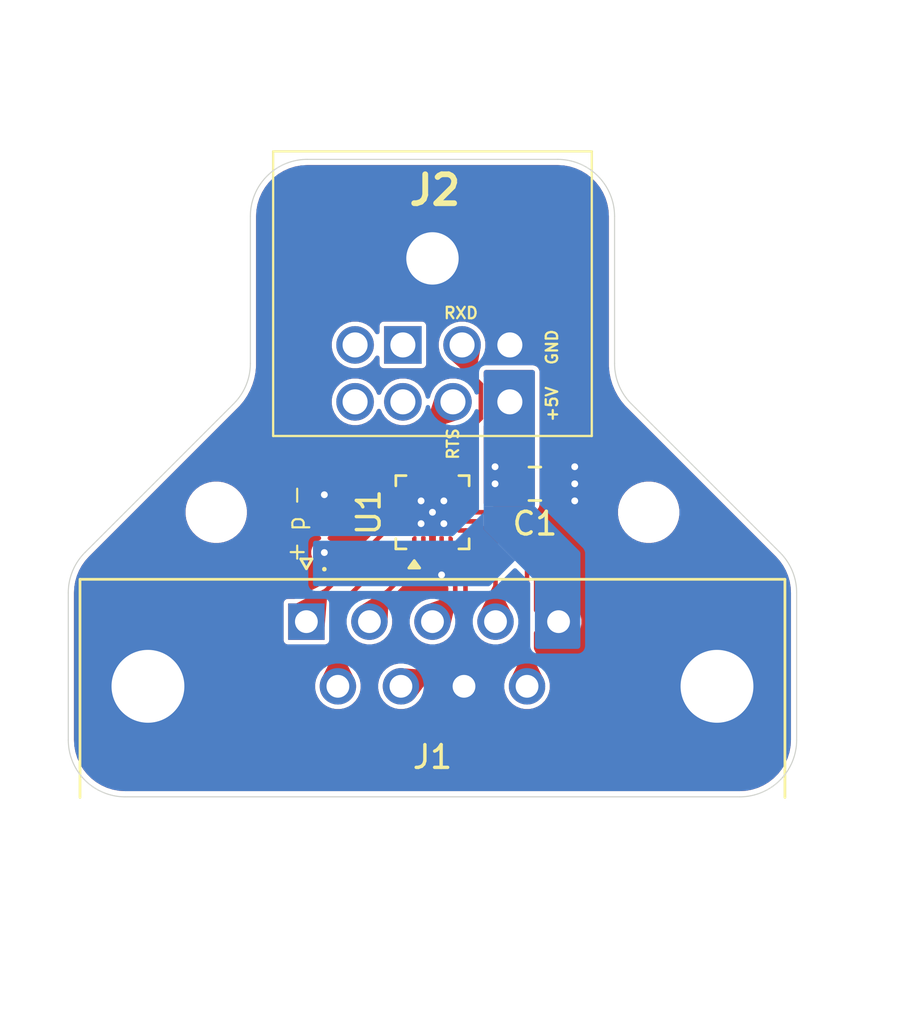
<source format=kicad_pcb>
(kicad_pcb (version 20241229) (generator "pcbnew") (generator_version "9.0")
  (layers (0 "F.Cu" signal) (2 "B.Cu" signal) (13 "F.Paste" user) (15 "B.Paste" user) (5 "F.SilkS" user "F.Silkscreen") (7 "B.SilkS" user "B.Silkscreen") (1 "F.Mask" user) (3 "B.Mask" user) (25 "Edge.Cuts" user))
  (net 0 "")
  (net 1 "GND")
  (net 2 "+5V")
  (net 3 "/D_Up")
  (net 4 "/BTN_B{slash}A")
  (net 5 "/BTN_C{slash}S")
  (net 6 "/D_Left")
  (net 7 "/Select")
  (net 8 "/D_Down")
  (net 9 "/D_Right")
  (net 12 "/RXD")
  (net 15 "/RTS")
  (net 21 "/UPDI")
  (footprint "UPDI:UPDI Pads" (layer "F.Cu") (at 149.25 123 90)
    (property "Reference" "J3" (hide yes))
    (property "Value" "Conn_01x03" (hide yes))
    (fp_circle (center -2 0) (end -1.9 0) (fill yes) (layer "F.SilkS"))
    (pad "1" smd circle (at -1.27 0 90) (size 0.75 0.75) (layers "F.Cu" "F.Mask") (net 2 "+5V"))
    (pad "2" smd circle (at 0 0 90) (size 0.75 0.75) (layers "F.Cu" "F.Mask") (net 21 "/UPDI"))
    (pad "3" smd circle (at 1.27 0 90) (size 0.75 0.75) (layers "F.Cu" "F.Mask") (net 1 "GND"))
  )
  (footprint "Package_DFN_QFN:VQFN-20-1EP_3x3mm_P0.4mm_EP1.7x1.7mm" (layer "F.Cu") (at 154 122.5 90)
    (property "Reference" "U1" (at 0 -2.8 90) (layer "F.SilkS"))
    (property "Value" "ATtiny1616-M")
    (fp_line (start 1.61 -1.61) (end 1.61 -1.16) (stroke (width 0.12)) (layer "F.SilkS"))
    (fp_line (start 1.16 -1.61) (end 1.61 -1.61) (stroke (width 0.12)) (layer "F.SilkS"))
    (fp_line (start -1.61 -1.61) (end -1.16 -1.61) (stroke (width 0.12)) (layer "F.SilkS"))
    (fp_line (start -1.61 -1.16) (end -1.61 -1.61) (stroke (width 0.12)) (layer "F.SilkS"))
    (fp_line (start 1.61 1.16) (end 1.61 1.61) (stroke (width 0.12)) (layer "F.SilkS"))
    (fp_line (start 1.61 1.61) (end 1.16 1.61) (stroke (width 0.12)) (layer "F.SilkS"))
    (fp_line (start -1.16 1.61) (end -1.61 1.61) (stroke (width 0.12)) (layer "F.SilkS"))
    (fp_line (start -1.61 1.61) (end -1.61 1.16) (stroke (width 0.12)) (layer "F.SilkS"))
    (fp_poly (pts (xy -2.12 -0.8) (xy -2.45 -0.56) (xy -2.45 -1.04)) (stroke (width 0.12)) (fill yes) (layer "F.SilkS"))
    (pad "1" smd custom (at -1.45 -0.8 90) (size 0.143431 0.143431) (layers "F.Cu" "F.Mask" "F.Paste") (net 4 "/BTN_B{slash}A") (options (clearance outline) (anchor circle)) (primitives (gr_poly (pts (xy -0.35 -0.05) (xy 0.299289 -0.05) (xy 0.35 0.000711) (xy 0.35 0.05) (xy -0.35 0.05)) (width 0.1) (fill yes))))
    (pad "2" smd roundrect (at -1.45 -0.4 90) (size 0.8 0.2) (layers "F.Cu" "F.Mask" "F.Paste") (net 8 "/D_Down"))
    (pad "3" smd roundrect (at -1.45 0 90) (size 0.8 0.2) (layers "F.Cu" "F.Mask" "F.Paste") (net 1 "GND"))
    (pad "4" smd roundrect (at -1.45 0.4 90) (size 0.8 0.2) (layers "F.Cu" "F.Mask" "F.Paste") (net 2 "+5V"))
    (pad "5" smd custom (at -1.45 0.8 90) (size 0.143431 0.143431) (layers "F.Cu" "F.Mask" "F.Paste") (net 6 "/D_Left") (options (clearance outline) (anchor circle)) (primitives (gr_poly (pts (xy -0.35 -0.05) (xy 0.35 -0.05) (xy 0.35 -0.000711) (xy 0.299289 0.05) (xy -0.35 0.05)) (width 0.1) (fill yes))))
    (pad "6" smd custom (at -0.8 1.45 90) (size 0.143431 0.143431) (layers "F.Cu" "F.Mask" "F.Paste") (net 7 "/Select") (options (clearance outline) (anchor circle)) (primitives (gr_poly (pts (xy -0.05 -0.299289) (xy 0.000711 -0.35) (xy 0.05 -0.35) (xy 0.05 0.35) (xy -0.05 0.35)) (width 0.1) (fill yes))))
    (pad "7" smd roundrect (at -0.4 1.45 90) (size 0.2 0.8) (layers "F.Cu" "F.Mask" "F.Paste") (net 9 "/D_Right"))
    (pad "8" smd roundrect (at 0 1.45 90) (size 0.2 0.8) (layers "F.Cu" "F.Mask" "F.Paste") (net 5 "/BTN_C{slash}S"))
    (pad "9" smd roundrect (at 0.4 1.45 90) (size 0.2 0.8) (layers "F.Cu" "F.Mask" "F.Paste"))
    (pad "10" smd custom (at 0.8 1.45 90) (size 0.143431 0.143431) (layers "F.Cu" "F.Mask" "F.Paste") (options (clearance outline) (anchor circle)) (primitives (gr_poly (pts (xy -0.05 -0.35) (xy -0.000711 -0.35) (xy 0.05 -0.299289) (xy 0.05 0.35) (xy -0.05 0.35)) (width 0.1) (fill yes))))
    (pad "11" smd custom (at 1.45 0.8 90) (size 0.143431 0.143431) (layers "F.Cu" "F.Mask" "F.Paste") (options (clearance outline) (anchor circle)) (primitives (gr_poly (pts (xy -0.35 -0.05) (xy 0.35 -0.05) (xy 0.35 0.05) (xy -0.299289 0.05) (xy -0.35 -0.000711)) (width 0.1) (fill yes))))
    (pad "12" smd roundrect (at 1.45 0.4 90) (size 0.8 0.2) (layers "F.Cu" "F.Mask" "F.Paste") (net 12 "/RXD"))
    (pad "13" smd roundrect (at 1.45 0 90) (size 0.8 0.2) (layers "F.Cu" "F.Mask" "F.Paste"))
    (pad "14" smd roundrect (at 1.45 -0.4 90) (size 0.8 0.2) (layers "F.Cu" "F.Mask" "F.Paste"))
    (pad "15" smd custom (at 1.45 -0.8 90) (size 0.143431 0.143431) (layers "F.Cu" "F.Mask" "F.Paste") (net 15 "/RTS") (options (clearance outline) (anchor circle)) (primitives (gr_poly (pts (xy -0.35 0.000711) (xy -0.299289 -0.05) (xy 0.35 -0.05) (xy 0.35 0.05) (xy -0.35 0.05)) (width 0.1) (fill yes))))
    (pad "16" smd custom (at 0.8 -1.45 90) (size 0.143431 0.143431) (layers "F.Cu" "F.Mask" "F.Paste") (options (clearance outline) (anchor circle)) (primitives (gr_poly (pts (xy -0.05 -0.35) (xy 0.05 -0.35) (xy 0.05 0.299289) (xy -0.000711 0.35) (xy -0.05 0.35)) (width 0.1) (fill yes))))
    (pad "17" smd roundrect (at 0.4 -1.45 90) (size 0.2 0.8) (layers "F.Cu" "F.Mask" "F.Paste"))
    (pad "18" smd roundrect (at 0 -1.45 90) (size 0.2 0.8) (layers "F.Cu" "F.Mask" "F.Paste"))
    (pad "19" smd roundrect (at -0.4 -1.45 90) (size 0.2 0.8) (layers "F.Cu" "F.Mask" "F.Paste") (net 21 "/UPDI"))
    (pad "20" smd custom (at -0.8 -1.45 90) (size 0.143431 0.143431) (layers "F.Cu" "F.Mask" "F.Paste") (net 3 "/D_Up") (options (clearance outline) (anchor circle)) (primitives (gr_poly (pts (xy -0.05 -0.35) (xy 0.05 -0.35) (xy 0.05 0.35) (xy 0.000711 0.35) (xy -0.05 0.299289)) (width 0.1) (fill yes))))
    (pad "21" smd rect (at 0 0 90) (size 1.7 1.7) (property pad_prop_heatsink) (layers "F.Cu" "F.Mask") (net 1 "GND"))
  )
  (footprint "Connector_Dsub:DSUB-9_Pins_Horizontal_P2.77x2.84mm_EdgePinOffset4.94mm_Housed_MountingHolesOffset4.94mm" (layer "F.Cu") (at 148.46 127.304669)
    (property "Reference" "J1" (at 5.54 5.945331 0) (layer "F.SilkS"))
    (property "Value" "Genesis")
    (fp_line (start -9.945 -1.86) (end 21.025 -1.86) (stroke (width 0.12)) (layer "F.SilkS"))
    (fp_line (start -9.945 7.72) (end -9.945 -1.86) (stroke (width 0.12)) (layer "F.SilkS"))
    (fp_line (start -0.25 -2.754338) (end 0.25 -2.754338) (stroke (width 0.12)) (layer "F.SilkS"))
    (fp_line (start 0 -2.321325) (end -0.25 -2.754338) (stroke (width 0.12)) (layer "F.SilkS"))
    (fp_line (start 0.25 -2.754338) (end 0 -2.321325) (stroke (width 0.12)) (layer "F.SilkS"))
    (fp_line (start 21.025 -1.86) (end 21.025 7.72) (stroke (width 0.12)) (layer "F.SilkS"))
    (pad "0" thru_hole circle (at -6.96 2.84) (size 4 4) (drill 3.2) (layers "*.Cu" "*.Mask") (net 1 "GND"))
    (pad "0" thru_hole circle (at 18.04 2.84) (size 4 4) (drill 3.2) (layers "*.Cu" "*.Mask") (net 1 "GND"))
    (pad "1" thru_hole rect (at 0 0) (size 1.6 1.6) (drill 1) (layers "*.Cu" "*.Mask") (net 3 "/D_Up"))
    (pad "2" thru_hole circle (at 2.77 0) (size 1.6 1.6) (drill 1) (layers "*.Cu" "*.Mask") (net 8 "/D_Down"))
    (pad "3" thru_hole circle (at 5.54 0) (size 1.6 1.6) (drill 1) (layers "*.Cu" "*.Mask") (net 6 "/D_Left"))
    (pad "4" thru_hole circle (at 8.31 0) (size 1.6 1.6) (drill 1) (layers "*.Cu" "*.Mask") (net 9 "/D_Right"))
    (pad "5" thru_hole circle (at 11.08 0) (size 1.6 1.6) (drill 1) (layers "*.Cu" "*.Mask") (net 2 "+5V"))
    (pad "6" thru_hole circle (at 1.385 2.84) (size 1.6 1.6) (drill 1) (layers "*.Cu" "*.Mask") (net 4 "/BTN_B{slash}A"))
    (pad "7" thru_hole circle (at 4.155 2.84) (size 1.6 1.6) (drill 1) (layers "*.Cu" "*.Mask") (net 7 "/Select"))
    (pad "8" thru_hole circle (at 6.925 2.84) (size 1.6 1.6) (drill 1) (layers "*.Cu" "*.Mask") (net 1 "GND"))
    (pad "9" thru_hole circle (at 9.695 2.84) (size 1.6 1.6) (drill 1) (layers "*.Cu" "*.Mask") (net 5 "/BTN_C{slash}S"))
  )
  (footprint "MountingHole:MountingHole_2.2mm_M2" (layer "F.Cu") (at 144.5 122.5)
    (property "Reference" "H1" (hide yes))
    (property "Value" "M2" (hide yes))
    (pad "" np_thru_hole circle (at 0 0) (size 2.2 2.2) (drill 2.2) (layers "*.Cu" "*.Mask"))
  )
  (footprint "MountingHole:MountingHole_2.2mm_M2" (layer "F.Cu") (at 163.5 122.5)
    (property "Reference" "H2" (hide yes))
    (property "Value" "M2" (hide yes))
    (pad "" np_thru_hole circle (at 0 0) (size 2.2 2.2) (drill 2.2) (layers "*.Cu" "*.Mask"))
  )
  (footprint "miniDIN:KMDGX8SN" (layer "F.Cu") (at 154 113.25)
    (property "Reference" "J2" (at 0.105 -4.9 180) (layer "F.SilkS") (effects (font (size 1.27 1.27) (thickness 0.254))))
    (property "Value" "CDi" (hide yes))
    (fp_line (start -7 -6.6) (end -7 5.9) (stroke (width 0.1)) (layer "F.SilkS"))
    (fp_line (start -7 5.9) (end 7 5.9) (stroke (width 0.1)) (layer "F.SilkS"))
    (fp_line (start 7 -6.6) (end -7 -6.6) (stroke (width 0.1)) (layer "F.SilkS"))
    (fp_line (start 7 5.9) (end 7 -6.6) (stroke (width 0.1)) (layer "F.SilkS"))
    (pad "1" thru_hole rect (at -1.3 1.9 180) (size 1.65 1.65) (drill 1.1) (layers "*.Cu" "*.Mask"))
    (pad "2" thru_hole circle (at 1.3 1.9 180) (size 1.65 1.65) (drill 1.1) (layers "*.Cu" "*.Mask") (net 12 "/RXD"))
    (pad "3" thru_hole circle (at -3.4 1.9 180) (size 1.65 1.65) (drill 1.1) (layers "*.Cu" "*.Mask"))
    (pad "4" thru_hole circle (at -1.3 4.4 180) (size 1.65 1.65) (drill 1.1) (layers "*.Cu" "*.Mask"))
    (pad "5" thru_hole circle (at 3.4 1.9 180) (size 1.65 1.65) (drill 1.1) (layers "*.Cu" "*.Mask") (net 1 "GND"))
    (pad "6" thru_hole circle (at -3.4 4.4 180) (size 1.65 1.65) (drill 1.1) (layers "*.Cu" "*.Mask"))
    (pad "7" thru_hole circle (at 0.9 4.4 180) (size 1.65 1.65) (drill 1.1) (layers "*.Cu" "*.Mask") (net 15 "/RTS"))
    (pad "8" thru_hole circle (at 3.4 4.4 180) (size 1.65 1.65) (drill 1.1) (layers "*.Cu" "*.Mask") (net 2 "+5V"))
    (pad "MP" thru_hole circle (at 0 -1.9 180) (size 3.45 3.45) (drill 2.3) (layers "*.Cu" "*.Mask") (net 1 "GND"))
  )
  (footprint "Capacitor_SMD:C_0805_2012Metric" (layer "F.Cu") (at 158.5 121.25)
    (property "Reference" "C1" (at 0 1.75 0) (layer "F.SilkS"))
    (property "Value" "1uF")
    (fp_line (start -0.261252 -0.735) (end 0.261252 -0.735) (stroke (width 0.12)) (layer "F.SilkS"))
    (fp_line (start -0.261252 0.735) (end 0.261252 0.735) (stroke (width 0.12)) (layer "F.SilkS"))
    (pad "1" smd roundrect (at -0.95 0) (size 1 1.45) (layers "F.Cu" "F.Mask" "F.Paste") (net 2 "+5V"))
    (pad "2" smd roundrect (at 0.95 0) (size 1 1.45) (layers "F.Cu" "F.Mask" "F.Paste") (net 1 "GND"))
  )
  (gr_arc (start 159.5 107) (mid 161.267767 107.732233) (end 162 109.5) (stroke (width 0.05)) (layer "Edge.Cuts"))
  (gr_line (start 145.267767 117.732233) (end 138.732233 124.267767) (stroke (width 0.05)) (layer "Edge.Cuts"))
  (gr_line (start 146 109.5) (end 146 115.964466) (stroke (width 0.05)) (layer "Edge.Cuts"))
  (gr_arc (start 140.5 135) (mid 138.732233 134.267767) (end 138 132.5) (stroke (width 0.05)) (layer "Edge.Cuts"))
  (gr_arc (start 146 109.5) (mid 146.732233 107.732233) (end 148.5 107) (stroke (width 0.05)) (layer "Edge.Cuts"))
  (gr_line (start 140.5 135) (end 167.5 135) (stroke (width 0.05)) (layer "Edge.Cuts"))
  (gr_arc (start 162.732233 117.732233) (mid 162.190312 116.921173) (end 162 115.964466) (stroke (width 0.05)) (layer "Edge.Cuts"))
  (gr_line (start 170 132.5) (end 170 126.035534) (stroke (width 0.05)) (layer "Edge.Cuts"))
  (gr_arc (start 169.267767 124.267767) (mid 169.809688 125.078827) (end 170 126.035534) (stroke (width 0.05)) (layer "Edge.Cuts"))
  (gr_arc (start 138 126.035534) (mid 138.190301 125.078825) (end 138.732233 124.267767) (stroke (width 0.05)) (layer "Edge.Cuts"))
  (gr_arc (start 170 132.5) (mid 169.267767 134.267767) (end 167.5 135) (stroke (width 0.05)) (layer "Edge.Cuts"))
  (gr_line (start 138 126.035534) (end 138 132.5) (stroke (width 0.05)) (layer "Edge.Cuts"))
  (gr_line (start 169.267767 124.267767) (end 162.732233 117.732233) (stroke (width 0.05)) (layer "Edge.Cuts"))
  (gr_line (start 162 115.964466) (end 162 109.5) (stroke (width 0.05)) (layer "Edge.Cuts"))
  (gr_arc (start 146 115.964466) (mid 145.80971 116.921182) (end 145.267767 117.732233) (stroke (width 0.05)) (layer "Edge.Cuts"))
  (gr_line (start 159.5 107) (end 148.5 107) (stroke (width 0.05)) (layer "Edge.Cuts"))
  (gr_text "+5V" (at 159.25 117.75 90) (layer "F.SilkS") (effects (font (size 0.5 0.5) (thickness 0.1) (bold yes))))
  (gr_text "+" (at 148 124.25 90) (layer "F.SilkS") (effects (font (size 0.75 0.75) (thickness 0.09375))))
  (gr_text "RTS" (at 154.900707 119.5 90) (layer "F.SilkS") (effects (font (size 0.5 0.5) (thickness 0.1) (bold yes))))
  (gr_text "GND" (at 159.25 115.25 90) (layer "F.SilkS") (effects (font (size 0.5 0.5) (thickness 0.1) (bold yes))))
  (gr_text "p" (at 148 123 90) (layer "F.SilkS") (effects (font (size 0.75 0.75) (thickness 0.09375))))
  (gr_text "RXD" (at 155.25 113.75 0) (layer "F.SilkS") (effects (font (size 0.5 0.5) (thickness 0.1) (bold yes))))
  (gr_text "-" (at 148 121.75 90) (layer "F.SilkS") (effects (font (size 0.75 0.75) (thickness 0.09375))))
  (via (at 154.5 123) (size 0.6) (drill 0.3) (layers "F.Cu" "B.Cu") (net 1))
  (via (at 153.5 123) (size 0.6) (drill 0.3) (layers "F.Cu" "B.Cu") (net 1))
  (via (at 154.5 122) (size 0.6) (drill 0.3) (layers "F.Cu" "B.Cu") (net 1))
  (via (at 160.25 120.5) (size 0.6) (drill 0.3) (layers "F.Cu" "B.Cu") (net 1))
  (via (at 153.5 122) (size 0.6) (drill 0.3) (layers "F.Cu" "B.Cu") (net 1))
  (via (at 149.25 121.73) (size 0.6) (drill 0.3) (layers "F.Cu" "B.Cu") (net 1))
  (via (at 160.25 121.25) (size 0.6) (drill 0.3) (layers "F.Cu" "B.Cu") (net 1))
  (via (at 154 122.5) (size 0.6) (drill 0.3) (layers "F.Cu" "B.Cu") (net 1))
  (via (at 160.25 122) (size 0.6) (drill 0.3) (layers "F.Cu" "B.Cu") (net 1))
  (segment (start 154.4 125.25) (end 154.4 123.95) (width 0.2) (layer "F.Cu") (net 2))
  (via (at 154.4 125.25) (size 0.6) (drill 0.3) (layers "F.Cu" "B.Cu") (net 2))
  (via (at 156.75 120.5) (size 0.6) (drill 0.3) (layers "F.Cu" "B.Cu") (net 2))
  (via (at 149.25 124.27) (size 0.6) (drill 0.3) (layers "F.Cu" "B.Cu") (net 2))
  (via (at 156.75 121.25) (size 0.6) (drill 0.3) (layers "F.Cu" "B.Cu") (net 2))
  (segment (start 151.957335 123.3) (end 148.46 126.797335) (width 0.2) (layer "F.Cu") (net 3))
  (segment (start 148.46 126.797335) (end 148.46 127.304669) (width 0.2) (layer "F.Cu") (net 3))
  (segment (start 152.55 123.3) (end 151.957335 123.3) (width 0.2) (layer "F.Cu") (net 3))
  (segment (start 149.845 126.655) (end 152.55 123.95) (width 0.2) (layer "F.Cu") (net 4))
  (segment (start 149.845 130.144669) (end 149.845 126.655) (width 0.2) (layer "F.Cu") (net 4))
  (segment (start 152.55 123.95) (end 153.2 123.95) (width 0.2) (layer "F.Cu") (net 4))
  (segment (start 156.5 122.5) (end 158.155 124.155) (width 0.2) (layer "F.Cu") (net 5))
  (segment (start 158.155 124.155) (end 158.155 130.144669) (width 0.2) (layer "F.Cu") (net 5))
  (segment (start 155.45 122.5) (end 156.5 122.5) (width 0.2) (layer "F.Cu") (net 5))
  (segment (start 155.001 124.151) (end 154.8 123.95) (width 0.2) (layer "F.Cu") (net 6))
  (segment (start 154 127.304669) (end 155.001 126.303669) (width 0.2) (layer "F.Cu") (net 6))
  (segment (start 155.001 126.303669) (end 155.001 124.151) (width 0.2) (layer "F.Cu") (net 6))
  (segment (start 153.32809 130.144669) (end 155.45 128.022759) (width 0.2) (layer "F.Cu") (net 7))
  (segment (start 155.45 128.022759) (end 155.45 123.3) (width 0.2) (layer "F.Cu") (net 7))
  (segment (start 152.615 130.144669) (end 153.32809 130.144669) (width 0.2) (layer "F.Cu") (net 7))
  (segment (start 151.23 127.304669) (end 151.23 126.77) (width 0.2) (layer "F.Cu") (net 8))
  (segment (start 151.23 126.77) (end 153.6 124.4) (width 0.2) (layer "F.Cu") (net 8))
  (segment (start 153.6 124.4) (end 153.6 123.95) (width 0.2) (layer "F.Cu") (net 8))
  (segment (start 156.77 123.77) (end 156.77 127.304669) (width 0.2) (layer "F.Cu") (net 9))
  (segment (start 155.45 122.9) (end 155.9 122.9) (width 0.2) (layer "F.Cu") (net 9))
  (segment (start 155.9 122.9) (end 156.77 123.77) (width 0.2) (layer "F.Cu") (net 9))
  (segment (start 154.4 121.05) (end 154.4 120.1) (width 0.2) (layer "F.Cu") (net 12))
  (segment (start 155.3 116.05) (end 155.3 115.15) (width 0.2) (layer "F.Cu") (net 12))
  (segment (start 156.125 116.875) (end 155.3 116.05) (width 0.2) (layer "F.Cu") (net 12))
  (segment (start 154.4 120.1) (end 156.125 118.375) (width 0.2) (layer "F.Cu") (net 12))
  (segment (start 156.125 118.375) (end 156.125 116.875) (width 0.2) (layer "F.Cu") (net 12))
  (segment (start 153.2 121.05) (end 153.2 119.35) (width 0.2) (layer "F.Cu") (net 15))
  (segment (start 153.2 119.35) (end 154.9 117.65) (width 0.2) (layer "F.Cu") (net 15))
  (segment (start 149.25 123) (end 149.35 122.9) (width 0.2) (layer "F.Cu") (net 21))
  (segment (start 149.35 122.9) (end 152.55 122.9) (width 0.2) (layer "F.Cu") (net 21))
  (zone (net 2) (net_name "+5V") (layers "F.Cu" "B.Cu") (priority 1) (connect_pads yes (clearance 0.2)) (min_thickness 0.2) (fill yes (thermal_gap 0.5) (thermal_bridge_width 0.5))
    (polygon (pts (xy 156.25 116.25) (xy 156.25 122.25) (xy 158.5 122.25) (xy 158.5 116.25)))
  )
  (zone (net 1) (net_name "GND") (layers "F.Cu" "B.Cu") (connect_pads yes (clearance 0.2)) (min_thickness 0.2) (fill yes (thermal_gap 0.5) (thermal_bridge_width 0.5))
    (polygon (pts (xy 135 100) (xy 175 100) (xy 175 145) (xy 135 145)))
  )
  (zone (net 2) (net_name "+5V") (layer "B.Cu") (priority 2) (connect_pads yes (clearance 0.2)) (min_thickness 0.2) (fill yes (thermal_gap 0.5) (thermal_bridge_width 0.5))
    (polygon (pts (xy 156.25 122.25) (xy 156.25 122.5) (xy 155 123.75) (xy 148.75 123.75) (xy 148.75 125.75) (xy 156.5 125.75) (xy 158.5 123.75) (xy 158.5 122.25)))
  )
  (zone (net 2) (net_name "+5V") (layer "B.Cu") (priority 3) (connect_pads yes (clearance 0.2)) (min_thickness 0.25) (fill yes (thermal_gap 0.5) (thermal_bridge_width 0.5))
    (polygon (pts (xy 156.25 122.25) (xy 156.25 123.25) (xy 158.5 125.5) (xy 158.5 128.5) (xy 160.5 128.5) (xy 160.5 124.25) (xy 158.5 122.25)))
  )
)
</source>
